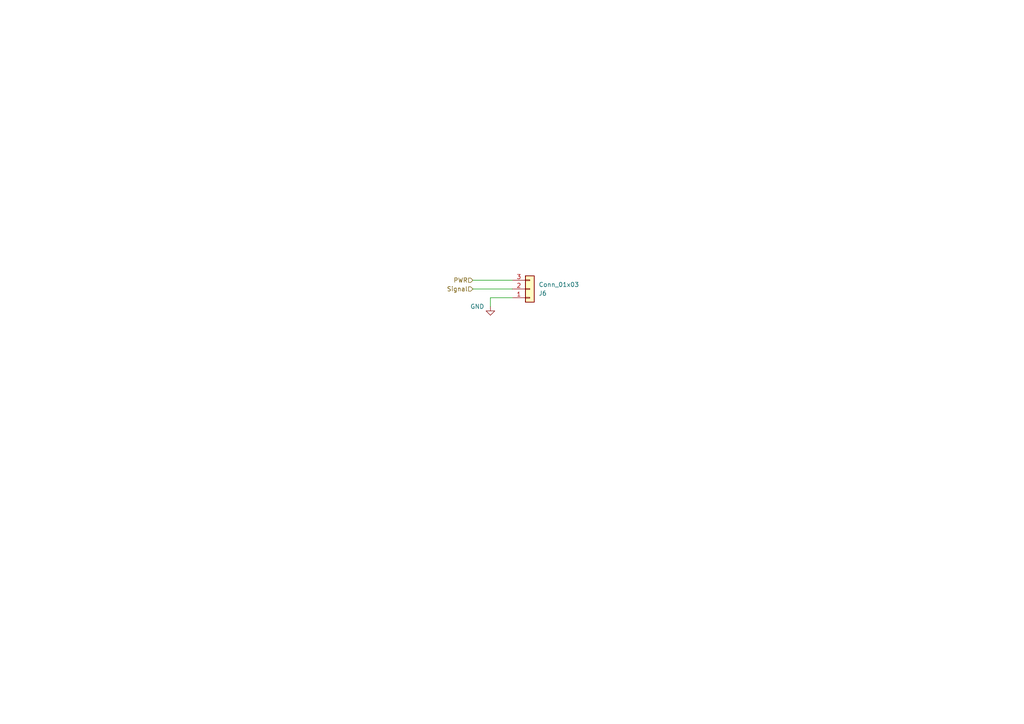
<source format=kicad_sch>
(kicad_sch (version 20230121) (generator eeschema)
  (paper "A4")
  (lib_symbols
    (symbol "Connector_Generic:Conn_01x03" (pin_names (offset 1.016) hide)
      (property "Reference" "J" (at 0 5.08 0))
      (property "Value" "Conn_01x03" (at 0 -5.08 0))
      (symbol "Conn_01x03_1_1"
        (rectangle (start -1.27 -2.413) (end 0 -2.667) (stroke (width 0.1524)))
        (rectangle (start -1.27 0.127) (end 0 -0.127) (stroke (width 0.1524)))
        (rectangle (start -1.27 2.667) (end 0 2.413) (stroke (width 0.1524)))
        (rectangle (start -1.27 3.81) (end 1.27 -3.81) (stroke (width 0.254)) (fill (type background)))
        (pin passive line (at -5.08 2.54 0) (length 3.81) (name "Pin_1") (number "1"))
        (pin passive line (at -5.08 0 0) (length 3.81) (name "Pin_2") (number "2"))
        (pin passive line (at -5.08 -2.54 0) (length 3.81) (name "Pin_3") (number "3"))
      )
    )
    (symbol "power:GND" (power) (pin_names (offset 0))
      (property "Value" "GND" (at 0 -3.81 0))
      (symbol "GND_0_1"
        (polyline (pts (xy 0 0) (xy 0 -1.27) (xy 1.27 -1.27) (xy 0 -2.54) (xy -1.27 -1.27) (xy 0 -1.27)))
      )
      (symbol "GND_1_1"
        (pin power_in line (at 0 0 270) (length 0) hide (name "GND") (number "1"))
      )
    )
  )
  (wire (pts (xy 148.59 86.36) (xy 142.24 86.36)))
  (wire (pts (xy 142.24 86.36) (xy 142.24 88.9)))
  (wire (pts (xy 137.16 81.28) (xy 148.59 81.28)))
  (wire (pts (xy 137.16 83.82) (xy 148.59 83.82)))
  (hierarchical_label "PWR" (shape input) (at 137.16 81.28 180))
  (hierarchical_label "Signal" (shape input) (at 137.16 83.82 180))
  (symbol (lib_id "power:GND") (at 142.24 88.9 0) (unit 1)
    (property "Reference" "#PWR039" (effects hide))
    (property "Value" "GND" (at 138.43 88.9 0))
  )
  (symbol (lib_id "Connector_Generic:Conn_01x03") (at 153.67 83.82 0) (mirror x) (unit 1)
    (property "Reference" "J6" (at 156.21 85.09 0) (effects (justify left)))
    (property "Value" "Conn_01x03" (at 156.21 82.55 0) (effects (justify left)))
  )
)
</source>
